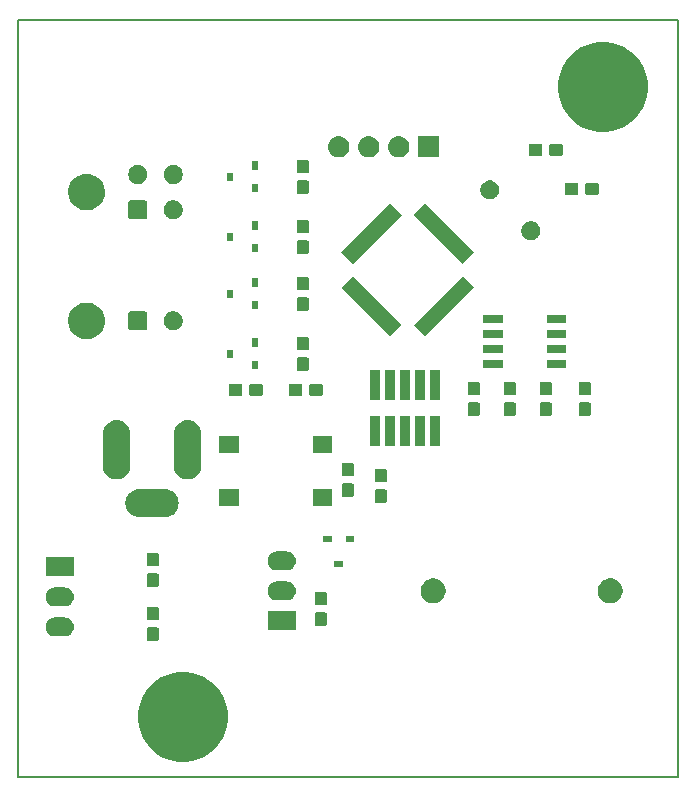
<source format=gbr>
%TF.GenerationSoftware,KiCad,Pcbnew,(5.0.2)-1*%
%TF.CreationDate,2019-02-18T18:23:53-07:00*%
%TF.ProjectId,ParkingSystem,5061726b-696e-4675-9379-7374656d2e6b,v01*%
%TF.SameCoordinates,Original*%
%TF.FileFunction,Soldermask,Top*%
%TF.FilePolarity,Negative*%
%FSLAX46Y46*%
G04 Gerber Fmt 4.6, Leading zero omitted, Abs format (unit mm)*
G04 Created by KiCad (PCBNEW (5.0.2)-1) date 2019-02-18 6:23:53 PM*
%MOMM*%
%LPD*%
G01*
G04 APERTURE LIST*
%ADD10C,0.200000*%
%ADD11C,0.150000*%
G04 APERTURE END LIST*
D10*
X124460000Y-99060000D02*
X68580000Y-99060000D01*
X124460000Y-35000000D02*
X124460000Y-99060000D01*
X68580000Y-35000000D02*
X124460000Y-35000000D01*
X68580000Y-99060000D02*
X68580000Y-35000000D01*
D11*
G36*
X83658710Y-90325070D02*
X84350447Y-90611597D01*
X84972999Y-91027573D01*
X85502427Y-91557001D01*
X85918403Y-92179553D01*
X86204930Y-92871290D01*
X86351000Y-93605633D01*
X86351000Y-94354367D01*
X86204930Y-95088710D01*
X85918403Y-95780447D01*
X85502427Y-96402999D01*
X84972999Y-96932427D01*
X84350447Y-97348403D01*
X83658710Y-97634930D01*
X82924367Y-97781000D01*
X82175633Y-97781000D01*
X81441290Y-97634930D01*
X80749553Y-97348403D01*
X80127001Y-96932427D01*
X79597573Y-96402999D01*
X79181597Y-95780447D01*
X78895070Y-95088710D01*
X78749000Y-94354367D01*
X78749000Y-93605633D01*
X78895070Y-92871290D01*
X79181597Y-92179553D01*
X79597573Y-91557001D01*
X80127001Y-91027573D01*
X80749553Y-90611597D01*
X81441290Y-90325070D01*
X82175633Y-90179000D01*
X82924367Y-90179000D01*
X83658710Y-90325070D01*
X83658710Y-90325070D01*
G37*
G36*
X80374499Y-86409445D02*
X80411993Y-86420819D01*
X80446557Y-86439294D01*
X80476847Y-86464153D01*
X80501706Y-86494443D01*
X80520181Y-86529007D01*
X80531555Y-86566501D01*
X80536000Y-86611638D01*
X80536000Y-87350362D01*
X80531555Y-87395499D01*
X80520181Y-87432993D01*
X80501706Y-87467557D01*
X80476847Y-87497847D01*
X80446557Y-87522706D01*
X80411993Y-87541181D01*
X80374499Y-87552555D01*
X80329362Y-87557000D01*
X79690638Y-87557000D01*
X79645501Y-87552555D01*
X79608007Y-87541181D01*
X79573443Y-87522706D01*
X79543153Y-87497847D01*
X79518294Y-87467557D01*
X79499819Y-87432993D01*
X79488445Y-87395499D01*
X79484000Y-87350362D01*
X79484000Y-86611638D01*
X79488445Y-86566501D01*
X79499819Y-86529007D01*
X79518294Y-86494443D01*
X79543153Y-86464153D01*
X79573443Y-86439294D01*
X79608007Y-86420819D01*
X79645501Y-86409445D01*
X79690638Y-86405000D01*
X80329362Y-86405000D01*
X80374499Y-86409445D01*
X80374499Y-86409445D01*
G37*
G36*
X72693025Y-85570590D02*
X72844012Y-85616392D01*
X72983165Y-85690770D01*
X73105133Y-85790867D01*
X73205230Y-85912835D01*
X73279608Y-86051988D01*
X73325410Y-86202975D01*
X73340875Y-86360000D01*
X73325410Y-86517025D01*
X73279608Y-86668012D01*
X73205230Y-86807165D01*
X73105133Y-86929133D01*
X72983165Y-87029230D01*
X72844012Y-87103608D01*
X72693025Y-87149410D01*
X72575346Y-87161000D01*
X71696654Y-87161000D01*
X71578975Y-87149410D01*
X71427988Y-87103608D01*
X71288835Y-87029230D01*
X71166867Y-86929133D01*
X71066770Y-86807165D01*
X70992392Y-86668012D01*
X70946590Y-86517025D01*
X70931125Y-86360000D01*
X70946590Y-86202975D01*
X70992392Y-86051988D01*
X71066770Y-85912835D01*
X71166867Y-85790867D01*
X71288835Y-85690770D01*
X71427988Y-85616392D01*
X71578975Y-85570590D01*
X71696654Y-85559000D01*
X72575346Y-85559000D01*
X72693025Y-85570590D01*
X72693025Y-85570590D01*
G37*
G36*
X92133000Y-86653000D02*
X89731000Y-86653000D01*
X89731000Y-85051000D01*
X92133000Y-85051000D01*
X92133000Y-86653000D01*
X92133000Y-86653000D01*
G37*
G36*
X94598499Y-85139445D02*
X94635993Y-85150819D01*
X94670557Y-85169294D01*
X94700847Y-85194153D01*
X94725706Y-85224443D01*
X94744181Y-85259007D01*
X94755555Y-85296501D01*
X94760000Y-85341638D01*
X94760000Y-86080362D01*
X94755555Y-86125499D01*
X94744181Y-86162993D01*
X94725706Y-86197557D01*
X94700847Y-86227847D01*
X94670557Y-86252706D01*
X94635993Y-86271181D01*
X94598499Y-86282555D01*
X94553362Y-86287000D01*
X93914638Y-86287000D01*
X93869501Y-86282555D01*
X93832007Y-86271181D01*
X93797443Y-86252706D01*
X93767153Y-86227847D01*
X93742294Y-86197557D01*
X93723819Y-86162993D01*
X93712445Y-86125499D01*
X93708000Y-86080362D01*
X93708000Y-85341638D01*
X93712445Y-85296501D01*
X93723819Y-85259007D01*
X93742294Y-85224443D01*
X93767153Y-85194153D01*
X93797443Y-85169294D01*
X93832007Y-85150819D01*
X93869501Y-85139445D01*
X93914638Y-85135000D01*
X94553362Y-85135000D01*
X94598499Y-85139445D01*
X94598499Y-85139445D01*
G37*
G36*
X80374499Y-84659445D02*
X80411993Y-84670819D01*
X80446557Y-84689294D01*
X80476847Y-84714153D01*
X80501706Y-84744443D01*
X80520181Y-84779007D01*
X80531555Y-84816501D01*
X80536000Y-84861638D01*
X80536000Y-85600362D01*
X80531555Y-85645499D01*
X80520181Y-85682993D01*
X80501706Y-85717557D01*
X80476847Y-85747847D01*
X80446557Y-85772706D01*
X80411993Y-85791181D01*
X80374499Y-85802555D01*
X80329362Y-85807000D01*
X79690638Y-85807000D01*
X79645501Y-85802555D01*
X79608007Y-85791181D01*
X79573443Y-85772706D01*
X79543153Y-85747847D01*
X79518294Y-85717557D01*
X79499819Y-85682993D01*
X79488445Y-85645499D01*
X79484000Y-85600362D01*
X79484000Y-84861638D01*
X79488445Y-84816501D01*
X79499819Y-84779007D01*
X79518294Y-84744443D01*
X79543153Y-84714153D01*
X79573443Y-84689294D01*
X79608007Y-84670819D01*
X79645501Y-84659445D01*
X79690638Y-84655000D01*
X80329362Y-84655000D01*
X80374499Y-84659445D01*
X80374499Y-84659445D01*
G37*
G36*
X72693025Y-83030590D02*
X72844012Y-83076392D01*
X72983165Y-83150770D01*
X73105133Y-83250867D01*
X73205230Y-83372835D01*
X73279608Y-83511988D01*
X73325410Y-83662975D01*
X73340875Y-83820000D01*
X73325410Y-83977025D01*
X73279608Y-84128012D01*
X73205230Y-84267165D01*
X73105133Y-84389133D01*
X72983165Y-84489230D01*
X72844012Y-84563608D01*
X72693025Y-84609410D01*
X72575346Y-84621000D01*
X71696654Y-84621000D01*
X71578975Y-84609410D01*
X71427988Y-84563608D01*
X71288835Y-84489230D01*
X71166867Y-84389133D01*
X71066770Y-84267165D01*
X70992392Y-84128012D01*
X70946590Y-83977025D01*
X70931125Y-83820000D01*
X70946590Y-83662975D01*
X70992392Y-83511988D01*
X71066770Y-83372835D01*
X71166867Y-83250867D01*
X71288835Y-83150770D01*
X71427988Y-83076392D01*
X71578975Y-83030590D01*
X71696654Y-83019000D01*
X72575346Y-83019000D01*
X72693025Y-83030590D01*
X72693025Y-83030590D01*
G37*
G36*
X94598499Y-83389445D02*
X94635993Y-83400819D01*
X94670557Y-83419294D01*
X94700847Y-83444153D01*
X94725706Y-83474443D01*
X94744181Y-83509007D01*
X94755555Y-83546501D01*
X94760000Y-83591638D01*
X94760000Y-84330362D01*
X94755555Y-84375499D01*
X94744181Y-84412993D01*
X94725706Y-84447557D01*
X94700847Y-84477847D01*
X94670557Y-84502706D01*
X94635993Y-84521181D01*
X94598499Y-84532555D01*
X94553362Y-84537000D01*
X93914638Y-84537000D01*
X93869501Y-84532555D01*
X93832007Y-84521181D01*
X93797443Y-84502706D01*
X93767153Y-84477847D01*
X93742294Y-84447557D01*
X93723819Y-84412993D01*
X93712445Y-84375499D01*
X93708000Y-84330362D01*
X93708000Y-83591638D01*
X93712445Y-83546501D01*
X93723819Y-83509007D01*
X93742294Y-83474443D01*
X93767153Y-83444153D01*
X93797443Y-83419294D01*
X93832007Y-83400819D01*
X93869501Y-83389445D01*
X93914638Y-83385000D01*
X94553362Y-83385000D01*
X94598499Y-83389445D01*
X94598499Y-83389445D01*
G37*
G36*
X119058565Y-82301389D02*
X119249834Y-82380615D01*
X119421976Y-82495637D01*
X119568363Y-82642024D01*
X119683385Y-82814166D01*
X119762611Y-83005435D01*
X119803000Y-83208484D01*
X119803000Y-83415516D01*
X119762611Y-83618565D01*
X119683385Y-83809834D01*
X119568363Y-83981976D01*
X119421976Y-84128363D01*
X119249834Y-84243385D01*
X119058565Y-84322611D01*
X118855516Y-84363000D01*
X118648484Y-84363000D01*
X118445435Y-84322611D01*
X118254166Y-84243385D01*
X118082024Y-84128363D01*
X117935637Y-83981976D01*
X117820615Y-83809834D01*
X117741389Y-83618565D01*
X117701000Y-83415516D01*
X117701000Y-83208484D01*
X117741389Y-83005435D01*
X117820615Y-82814166D01*
X117935637Y-82642024D01*
X118082024Y-82495637D01*
X118254166Y-82380615D01*
X118445435Y-82301389D01*
X118648484Y-82261000D01*
X118855516Y-82261000D01*
X119058565Y-82301389D01*
X119058565Y-82301389D01*
G37*
G36*
X104058565Y-82301389D02*
X104249834Y-82380615D01*
X104421976Y-82495637D01*
X104568363Y-82642024D01*
X104683385Y-82814166D01*
X104762611Y-83005435D01*
X104803000Y-83208484D01*
X104803000Y-83415516D01*
X104762611Y-83618565D01*
X104683385Y-83809834D01*
X104568363Y-83981976D01*
X104421976Y-84128363D01*
X104249834Y-84243385D01*
X104058565Y-84322611D01*
X103855516Y-84363000D01*
X103648484Y-84363000D01*
X103445435Y-84322611D01*
X103254166Y-84243385D01*
X103082024Y-84128363D01*
X102935637Y-83981976D01*
X102820615Y-83809834D01*
X102741389Y-83618565D01*
X102701000Y-83415516D01*
X102701000Y-83208484D01*
X102741389Y-83005435D01*
X102820615Y-82814166D01*
X102935637Y-82642024D01*
X103082024Y-82495637D01*
X103254166Y-82380615D01*
X103445435Y-82301389D01*
X103648484Y-82261000D01*
X103855516Y-82261000D01*
X104058565Y-82301389D01*
X104058565Y-82301389D01*
G37*
G36*
X91489025Y-82522590D02*
X91640012Y-82568392D01*
X91779165Y-82642770D01*
X91901133Y-82742867D01*
X92001230Y-82864835D01*
X92075608Y-83003988D01*
X92121410Y-83154975D01*
X92136875Y-83312000D01*
X92121410Y-83469025D01*
X92075608Y-83620012D01*
X92001230Y-83759165D01*
X91901133Y-83881133D01*
X91779165Y-83981230D01*
X91640012Y-84055608D01*
X91489025Y-84101410D01*
X91371346Y-84113000D01*
X90492654Y-84113000D01*
X90374975Y-84101410D01*
X90223988Y-84055608D01*
X90084835Y-83981230D01*
X89962867Y-83881133D01*
X89862770Y-83759165D01*
X89788392Y-83620012D01*
X89742590Y-83469025D01*
X89727125Y-83312000D01*
X89742590Y-83154975D01*
X89788392Y-83003988D01*
X89862770Y-82864835D01*
X89962867Y-82742867D01*
X90084835Y-82642770D01*
X90223988Y-82568392D01*
X90374975Y-82522590D01*
X90492654Y-82511000D01*
X91371346Y-82511000D01*
X91489025Y-82522590D01*
X91489025Y-82522590D01*
G37*
G36*
X80374499Y-81837445D02*
X80411993Y-81848819D01*
X80446557Y-81867294D01*
X80476847Y-81892153D01*
X80501706Y-81922443D01*
X80520181Y-81957007D01*
X80531555Y-81994501D01*
X80536000Y-82039638D01*
X80536000Y-82778362D01*
X80531555Y-82823499D01*
X80520181Y-82860993D01*
X80501706Y-82895557D01*
X80476847Y-82925847D01*
X80446557Y-82950706D01*
X80411993Y-82969181D01*
X80374499Y-82980555D01*
X80329362Y-82985000D01*
X79690638Y-82985000D01*
X79645501Y-82980555D01*
X79608007Y-82969181D01*
X79573443Y-82950706D01*
X79543153Y-82925847D01*
X79518294Y-82895557D01*
X79499819Y-82860993D01*
X79488445Y-82823499D01*
X79484000Y-82778362D01*
X79484000Y-82039638D01*
X79488445Y-81994501D01*
X79499819Y-81957007D01*
X79518294Y-81922443D01*
X79543153Y-81892153D01*
X79573443Y-81867294D01*
X79608007Y-81848819D01*
X79645501Y-81837445D01*
X79690638Y-81833000D01*
X80329362Y-81833000D01*
X80374499Y-81837445D01*
X80374499Y-81837445D01*
G37*
G36*
X73337000Y-82081000D02*
X70935000Y-82081000D01*
X70935000Y-80479000D01*
X73337000Y-80479000D01*
X73337000Y-82081000D01*
X73337000Y-82081000D01*
G37*
G36*
X91489025Y-79982590D02*
X91640012Y-80028392D01*
X91779165Y-80102770D01*
X91901133Y-80202867D01*
X92001230Y-80324835D01*
X92075608Y-80463988D01*
X92121410Y-80614975D01*
X92136875Y-80772000D01*
X92121410Y-80929025D01*
X92075608Y-81080012D01*
X92001230Y-81219165D01*
X91901133Y-81341133D01*
X91779165Y-81441230D01*
X91640012Y-81515608D01*
X91489025Y-81561410D01*
X91371346Y-81573000D01*
X90492654Y-81573000D01*
X90374975Y-81561410D01*
X90223988Y-81515608D01*
X90084835Y-81441230D01*
X89962867Y-81341133D01*
X89862770Y-81219165D01*
X89788392Y-81080012D01*
X89742590Y-80929025D01*
X89727125Y-80772000D01*
X89742590Y-80614975D01*
X89788392Y-80463988D01*
X89862770Y-80324835D01*
X89962867Y-80202867D01*
X90084835Y-80102770D01*
X90223988Y-80028392D01*
X90374975Y-79982590D01*
X90492654Y-79971000D01*
X91371346Y-79971000D01*
X91489025Y-79982590D01*
X91489025Y-79982590D01*
G37*
G36*
X96119000Y-81311000D02*
X95397000Y-81311000D01*
X95397000Y-80809000D01*
X96119000Y-80809000D01*
X96119000Y-81311000D01*
X96119000Y-81311000D01*
G37*
G36*
X80374499Y-80087445D02*
X80411993Y-80098819D01*
X80446557Y-80117294D01*
X80476847Y-80142153D01*
X80501706Y-80172443D01*
X80520181Y-80207007D01*
X80531555Y-80244501D01*
X80536000Y-80289638D01*
X80536000Y-81028362D01*
X80531555Y-81073499D01*
X80520181Y-81110993D01*
X80501706Y-81145557D01*
X80476847Y-81175847D01*
X80446557Y-81200706D01*
X80411993Y-81219181D01*
X80374499Y-81230555D01*
X80329362Y-81235000D01*
X79690638Y-81235000D01*
X79645501Y-81230555D01*
X79608007Y-81219181D01*
X79573443Y-81200706D01*
X79543153Y-81175847D01*
X79518294Y-81145557D01*
X79499819Y-81110993D01*
X79488445Y-81073499D01*
X79484000Y-81028362D01*
X79484000Y-80289638D01*
X79488445Y-80244501D01*
X79499819Y-80207007D01*
X79518294Y-80172443D01*
X79543153Y-80142153D01*
X79573443Y-80117294D01*
X79608007Y-80098819D01*
X79645501Y-80087445D01*
X79690638Y-80083000D01*
X80329362Y-80083000D01*
X80374499Y-80087445D01*
X80374499Y-80087445D01*
G37*
G36*
X95169000Y-79211000D02*
X94447000Y-79211000D01*
X94447000Y-78709000D01*
X95169000Y-78709000D01*
X95169000Y-79211000D01*
X95169000Y-79211000D01*
G37*
G36*
X97069000Y-79211000D02*
X96347000Y-79211000D01*
X96347000Y-78709000D01*
X97069000Y-78709000D01*
X97069000Y-79211000D01*
X97069000Y-79211000D01*
G37*
G36*
X81177537Y-74711472D02*
X81263556Y-74719944D01*
X81380089Y-74755294D01*
X81484291Y-74786903D01*
X81579670Y-74837885D01*
X81687720Y-74895639D01*
X81866028Y-75041972D01*
X81957400Y-75153309D01*
X82012360Y-75220279D01*
X82121097Y-75423709D01*
X82121097Y-75423710D01*
X82188056Y-75644444D01*
X82210665Y-75874000D01*
X82188056Y-76103556D01*
X82143417Y-76250712D01*
X82121097Y-76324291D01*
X82062976Y-76433027D01*
X82012361Y-76527720D01*
X81866028Y-76706028D01*
X81687720Y-76852361D01*
X81593027Y-76902976D01*
X81484291Y-76961097D01*
X81410712Y-76983417D01*
X81263556Y-77028056D01*
X81177537Y-77036528D01*
X81091520Y-77045000D01*
X78816480Y-77045000D01*
X78730463Y-77036528D01*
X78644444Y-77028056D01*
X78497288Y-76983417D01*
X78423709Y-76961097D01*
X78314973Y-76902976D01*
X78220280Y-76852361D01*
X78041972Y-76706028D01*
X77895639Y-76527720D01*
X77845024Y-76433027D01*
X77786903Y-76324291D01*
X77764583Y-76250712D01*
X77719944Y-76103556D01*
X77697335Y-75874000D01*
X77719944Y-75644444D01*
X77786903Y-75423710D01*
X77786903Y-75423709D01*
X77895640Y-75220279D01*
X77950601Y-75153309D01*
X78041972Y-75041972D01*
X78220280Y-74895639D01*
X78328330Y-74837885D01*
X78423709Y-74786903D01*
X78527911Y-74755294D01*
X78644444Y-74719944D01*
X78730463Y-74711472D01*
X78816480Y-74703000D01*
X81091520Y-74703000D01*
X81177537Y-74711472D01*
X81177537Y-74711472D01*
G37*
G36*
X87275000Y-76103000D02*
X85623000Y-76103000D01*
X85623000Y-74701000D01*
X87275000Y-74701000D01*
X87275000Y-76103000D01*
X87275000Y-76103000D01*
G37*
G36*
X95225000Y-76103000D02*
X93573000Y-76103000D01*
X93573000Y-74701000D01*
X95225000Y-74701000D01*
X95225000Y-76103000D01*
X95225000Y-76103000D01*
G37*
G36*
X99678499Y-74725445D02*
X99715993Y-74736819D01*
X99750557Y-74755294D01*
X99780847Y-74780153D01*
X99805706Y-74810443D01*
X99824181Y-74845007D01*
X99835555Y-74882501D01*
X99840000Y-74927638D01*
X99840000Y-75666362D01*
X99835555Y-75711499D01*
X99824181Y-75748993D01*
X99805706Y-75783557D01*
X99780847Y-75813847D01*
X99750557Y-75838706D01*
X99715993Y-75857181D01*
X99678499Y-75868555D01*
X99633362Y-75873000D01*
X98994638Y-75873000D01*
X98949501Y-75868555D01*
X98912007Y-75857181D01*
X98877443Y-75838706D01*
X98847153Y-75813847D01*
X98822294Y-75783557D01*
X98803819Y-75748993D01*
X98792445Y-75711499D01*
X98788000Y-75666362D01*
X98788000Y-74927638D01*
X98792445Y-74882501D01*
X98803819Y-74845007D01*
X98822294Y-74810443D01*
X98847153Y-74780153D01*
X98877443Y-74755294D01*
X98912007Y-74736819D01*
X98949501Y-74725445D01*
X98994638Y-74721000D01*
X99633362Y-74721000D01*
X99678499Y-74725445D01*
X99678499Y-74725445D01*
G37*
G36*
X96884499Y-74217445D02*
X96921993Y-74228819D01*
X96956557Y-74247294D01*
X96986847Y-74272153D01*
X97011706Y-74302443D01*
X97030181Y-74337007D01*
X97041555Y-74374501D01*
X97046000Y-74419638D01*
X97046000Y-75158362D01*
X97041555Y-75203499D01*
X97030181Y-75240993D01*
X97011706Y-75275557D01*
X96986847Y-75305847D01*
X96956557Y-75330706D01*
X96921993Y-75349181D01*
X96884499Y-75360555D01*
X96839362Y-75365000D01*
X96200638Y-75365000D01*
X96155501Y-75360555D01*
X96118007Y-75349181D01*
X96083443Y-75330706D01*
X96053153Y-75305847D01*
X96028294Y-75275557D01*
X96009819Y-75240993D01*
X95998445Y-75203499D01*
X95994000Y-75158362D01*
X95994000Y-74419638D01*
X95998445Y-74374501D01*
X96009819Y-74337007D01*
X96028294Y-74302443D01*
X96053153Y-74272153D01*
X96083443Y-74247294D01*
X96118007Y-74228819D01*
X96155501Y-74217445D01*
X96200638Y-74213000D01*
X96839362Y-74213000D01*
X96884499Y-74217445D01*
X96884499Y-74217445D01*
G37*
G36*
X99678499Y-72975445D02*
X99715993Y-72986819D01*
X99750557Y-73005294D01*
X99780847Y-73030153D01*
X99805706Y-73060443D01*
X99824181Y-73095007D01*
X99835555Y-73132501D01*
X99840000Y-73177638D01*
X99840000Y-73916362D01*
X99835555Y-73961499D01*
X99824181Y-73998993D01*
X99805706Y-74033557D01*
X99780847Y-74063847D01*
X99750557Y-74088706D01*
X99715993Y-74107181D01*
X99678499Y-74118555D01*
X99633362Y-74123000D01*
X98994638Y-74123000D01*
X98949501Y-74118555D01*
X98912007Y-74107181D01*
X98877443Y-74088706D01*
X98847153Y-74063847D01*
X98822294Y-74033557D01*
X98803819Y-73998993D01*
X98792445Y-73961499D01*
X98788000Y-73916362D01*
X98788000Y-73177638D01*
X98792445Y-73132501D01*
X98803819Y-73095007D01*
X98822294Y-73060443D01*
X98847153Y-73030153D01*
X98877443Y-73005294D01*
X98912007Y-72986819D01*
X98949501Y-72975445D01*
X98994638Y-72971000D01*
X99633362Y-72971000D01*
X99678499Y-72975445D01*
X99678499Y-72975445D01*
G37*
G36*
X83183555Y-68889944D02*
X83330711Y-68934583D01*
X83404290Y-68956903D01*
X83584451Y-69053202D01*
X83607719Y-69065639D01*
X83786028Y-69211972D01*
X83786029Y-69211974D01*
X83786031Y-69211975D01*
X83895778Y-69345703D01*
X83932361Y-69390280D01*
X83982976Y-69484973D01*
X84041097Y-69593709D01*
X84063417Y-69667288D01*
X84108056Y-69814444D01*
X84125000Y-69986482D01*
X84125000Y-72761518D01*
X84108056Y-72933556D01*
X84073330Y-73048031D01*
X84041097Y-73154291D01*
X83998491Y-73234000D01*
X83932361Y-73357720D01*
X83786028Y-73536028D01*
X83607720Y-73682361D01*
X83513027Y-73732976D01*
X83404291Y-73791097D01*
X83330712Y-73813417D01*
X83183556Y-73858056D01*
X82954000Y-73880665D01*
X82724445Y-73858056D01*
X82577289Y-73813417D01*
X82503710Y-73791097D01*
X82394974Y-73732976D01*
X82300281Y-73682361D01*
X82121973Y-73536028D01*
X81975640Y-73357720D01*
X81909510Y-73234000D01*
X81866904Y-73154291D01*
X81834671Y-73048031D01*
X81799945Y-72933556D01*
X81783001Y-72761518D01*
X81783000Y-69986483D01*
X81799944Y-69814445D01*
X81866903Y-69593711D01*
X81866903Y-69593710D01*
X81975638Y-69390283D01*
X81975639Y-69390281D01*
X82121972Y-69211972D01*
X82121974Y-69211971D01*
X82121975Y-69211969D01*
X82300279Y-69065640D01*
X82300278Y-69065640D01*
X82300280Y-69065639D01*
X82394973Y-69015024D01*
X82503709Y-68956903D01*
X82577288Y-68934583D01*
X82724444Y-68889944D01*
X82954000Y-68867335D01*
X83183555Y-68889944D01*
X83183555Y-68889944D01*
G37*
G36*
X77183555Y-68889944D02*
X77330711Y-68934583D01*
X77404290Y-68956903D01*
X77584451Y-69053202D01*
X77607719Y-69065639D01*
X77786028Y-69211972D01*
X77786029Y-69211974D01*
X77786031Y-69211975D01*
X77895778Y-69345703D01*
X77932361Y-69390280D01*
X77982976Y-69484973D01*
X78041097Y-69593709D01*
X78063417Y-69667288D01*
X78108056Y-69814444D01*
X78125000Y-69986482D01*
X78125000Y-72761518D01*
X78108056Y-72933556D01*
X78073330Y-73048031D01*
X78041097Y-73154291D01*
X77998491Y-73234000D01*
X77932361Y-73357720D01*
X77786028Y-73536028D01*
X77607720Y-73682361D01*
X77513027Y-73732976D01*
X77404291Y-73791097D01*
X77330712Y-73813417D01*
X77183556Y-73858056D01*
X76954000Y-73880665D01*
X76724445Y-73858056D01*
X76577289Y-73813417D01*
X76503710Y-73791097D01*
X76394974Y-73732976D01*
X76300281Y-73682361D01*
X76121973Y-73536028D01*
X75975640Y-73357720D01*
X75909510Y-73234000D01*
X75866904Y-73154291D01*
X75834671Y-73048031D01*
X75799945Y-72933556D01*
X75783001Y-72761518D01*
X75783000Y-69986483D01*
X75799944Y-69814445D01*
X75866903Y-69593711D01*
X75866903Y-69593710D01*
X75975638Y-69390283D01*
X75975639Y-69390281D01*
X76121972Y-69211972D01*
X76121974Y-69211971D01*
X76121975Y-69211969D01*
X76300279Y-69065640D01*
X76300278Y-69065640D01*
X76300280Y-69065639D01*
X76394973Y-69015024D01*
X76503709Y-68956903D01*
X76577288Y-68934583D01*
X76724444Y-68889944D01*
X76954000Y-68867335D01*
X77183555Y-68889944D01*
X77183555Y-68889944D01*
G37*
G36*
X96884499Y-72467445D02*
X96921993Y-72478819D01*
X96956557Y-72497294D01*
X96986847Y-72522153D01*
X97011706Y-72552443D01*
X97030181Y-72587007D01*
X97041555Y-72624501D01*
X97046000Y-72669638D01*
X97046000Y-73408362D01*
X97041555Y-73453499D01*
X97030181Y-73490993D01*
X97011706Y-73525557D01*
X96986847Y-73555847D01*
X96956557Y-73580706D01*
X96921993Y-73599181D01*
X96884499Y-73610555D01*
X96839362Y-73615000D01*
X96200638Y-73615000D01*
X96155501Y-73610555D01*
X96118007Y-73599181D01*
X96083443Y-73580706D01*
X96053153Y-73555847D01*
X96028294Y-73525557D01*
X96009819Y-73490993D01*
X95998445Y-73453499D01*
X95994000Y-73408362D01*
X95994000Y-72669638D01*
X95998445Y-72624501D01*
X96009819Y-72587007D01*
X96028294Y-72552443D01*
X96053153Y-72522153D01*
X96083443Y-72497294D01*
X96118007Y-72478819D01*
X96155501Y-72467445D01*
X96200638Y-72463000D01*
X96839362Y-72463000D01*
X96884499Y-72467445D01*
X96884499Y-72467445D01*
G37*
G36*
X95225000Y-71603000D02*
X93573000Y-71603000D01*
X93573000Y-70201000D01*
X95225000Y-70201000D01*
X95225000Y-71603000D01*
X95225000Y-71603000D01*
G37*
G36*
X87275000Y-71603000D02*
X85623000Y-71603000D01*
X85623000Y-70201000D01*
X87275000Y-70201000D01*
X87275000Y-71603000D01*
X87275000Y-71603000D01*
G37*
G36*
X101767000Y-71019000D02*
X100925000Y-71019000D01*
X100925000Y-68517000D01*
X101767000Y-68517000D01*
X101767000Y-71019000D01*
X101767000Y-71019000D01*
G37*
G36*
X99227000Y-71019000D02*
X98385000Y-71019000D01*
X98385000Y-68517000D01*
X99227000Y-68517000D01*
X99227000Y-71019000D01*
X99227000Y-71019000D01*
G37*
G36*
X104307000Y-71019000D02*
X103465000Y-71019000D01*
X103465000Y-68517000D01*
X104307000Y-68517000D01*
X104307000Y-71019000D01*
X104307000Y-71019000D01*
G37*
G36*
X100497000Y-71019000D02*
X99655000Y-71019000D01*
X99655000Y-68517000D01*
X100497000Y-68517000D01*
X100497000Y-71019000D01*
X100497000Y-71019000D01*
G37*
G36*
X103037000Y-71019000D02*
X102195000Y-71019000D01*
X102195000Y-68517000D01*
X103037000Y-68517000D01*
X103037000Y-71019000D01*
X103037000Y-71019000D01*
G37*
G36*
X110600499Y-67359445D02*
X110637993Y-67370819D01*
X110672557Y-67389294D01*
X110702847Y-67414153D01*
X110727706Y-67444443D01*
X110746181Y-67479007D01*
X110757555Y-67516501D01*
X110762000Y-67561638D01*
X110762000Y-68300362D01*
X110757555Y-68345499D01*
X110746181Y-68382993D01*
X110727706Y-68417557D01*
X110702847Y-68447847D01*
X110672557Y-68472706D01*
X110637993Y-68491181D01*
X110600499Y-68502555D01*
X110555362Y-68507000D01*
X109916638Y-68507000D01*
X109871501Y-68502555D01*
X109834007Y-68491181D01*
X109799443Y-68472706D01*
X109769153Y-68447847D01*
X109744294Y-68417557D01*
X109725819Y-68382993D01*
X109714445Y-68345499D01*
X109710000Y-68300362D01*
X109710000Y-67561638D01*
X109714445Y-67516501D01*
X109725819Y-67479007D01*
X109744294Y-67444443D01*
X109769153Y-67414153D01*
X109799443Y-67389294D01*
X109834007Y-67370819D01*
X109871501Y-67359445D01*
X109916638Y-67355000D01*
X110555362Y-67355000D01*
X110600499Y-67359445D01*
X110600499Y-67359445D01*
G37*
G36*
X107552499Y-67359445D02*
X107589993Y-67370819D01*
X107624557Y-67389294D01*
X107654847Y-67414153D01*
X107679706Y-67444443D01*
X107698181Y-67479007D01*
X107709555Y-67516501D01*
X107714000Y-67561638D01*
X107714000Y-68300362D01*
X107709555Y-68345499D01*
X107698181Y-68382993D01*
X107679706Y-68417557D01*
X107654847Y-68447847D01*
X107624557Y-68472706D01*
X107589993Y-68491181D01*
X107552499Y-68502555D01*
X107507362Y-68507000D01*
X106868638Y-68507000D01*
X106823501Y-68502555D01*
X106786007Y-68491181D01*
X106751443Y-68472706D01*
X106721153Y-68447847D01*
X106696294Y-68417557D01*
X106677819Y-68382993D01*
X106666445Y-68345499D01*
X106662000Y-68300362D01*
X106662000Y-67561638D01*
X106666445Y-67516501D01*
X106677819Y-67479007D01*
X106696294Y-67444443D01*
X106721153Y-67414153D01*
X106751443Y-67389294D01*
X106786007Y-67370819D01*
X106823501Y-67359445D01*
X106868638Y-67355000D01*
X107507362Y-67355000D01*
X107552499Y-67359445D01*
X107552499Y-67359445D01*
G37*
G36*
X116950499Y-67359445D02*
X116987993Y-67370819D01*
X117022557Y-67389294D01*
X117052847Y-67414153D01*
X117077706Y-67444443D01*
X117096181Y-67479007D01*
X117107555Y-67516501D01*
X117112000Y-67561638D01*
X117112000Y-68300362D01*
X117107555Y-68345499D01*
X117096181Y-68382993D01*
X117077706Y-68417557D01*
X117052847Y-68447847D01*
X117022557Y-68472706D01*
X116987993Y-68491181D01*
X116950499Y-68502555D01*
X116905362Y-68507000D01*
X116266638Y-68507000D01*
X116221501Y-68502555D01*
X116184007Y-68491181D01*
X116149443Y-68472706D01*
X116119153Y-68447847D01*
X116094294Y-68417557D01*
X116075819Y-68382993D01*
X116064445Y-68345499D01*
X116060000Y-68300362D01*
X116060000Y-67561638D01*
X116064445Y-67516501D01*
X116075819Y-67479007D01*
X116094294Y-67444443D01*
X116119153Y-67414153D01*
X116149443Y-67389294D01*
X116184007Y-67370819D01*
X116221501Y-67359445D01*
X116266638Y-67355000D01*
X116905362Y-67355000D01*
X116950499Y-67359445D01*
X116950499Y-67359445D01*
G37*
G36*
X113648499Y-67359445D02*
X113685993Y-67370819D01*
X113720557Y-67389294D01*
X113750847Y-67414153D01*
X113775706Y-67444443D01*
X113794181Y-67479007D01*
X113805555Y-67516501D01*
X113810000Y-67561638D01*
X113810000Y-68300362D01*
X113805555Y-68345499D01*
X113794181Y-68382993D01*
X113775706Y-68417557D01*
X113750847Y-68447847D01*
X113720557Y-68472706D01*
X113685993Y-68491181D01*
X113648499Y-68502555D01*
X113603362Y-68507000D01*
X112964638Y-68507000D01*
X112919501Y-68502555D01*
X112882007Y-68491181D01*
X112847443Y-68472706D01*
X112817153Y-68447847D01*
X112792294Y-68417557D01*
X112773819Y-68382993D01*
X112762445Y-68345499D01*
X112758000Y-68300362D01*
X112758000Y-67561638D01*
X112762445Y-67516501D01*
X112773819Y-67479007D01*
X112792294Y-67444443D01*
X112817153Y-67414153D01*
X112847443Y-67389294D01*
X112882007Y-67370819D01*
X112919501Y-67359445D01*
X112964638Y-67355000D01*
X113603362Y-67355000D01*
X113648499Y-67359445D01*
X113648499Y-67359445D01*
G37*
G36*
X101767000Y-67119000D02*
X100925000Y-67119000D01*
X100925000Y-64617000D01*
X101767000Y-64617000D01*
X101767000Y-67119000D01*
X101767000Y-67119000D01*
G37*
G36*
X99227000Y-67119000D02*
X98385000Y-67119000D01*
X98385000Y-64617000D01*
X99227000Y-64617000D01*
X99227000Y-67119000D01*
X99227000Y-67119000D01*
G37*
G36*
X100497000Y-67119000D02*
X99655000Y-67119000D01*
X99655000Y-64617000D01*
X100497000Y-64617000D01*
X100497000Y-67119000D01*
X100497000Y-67119000D01*
G37*
G36*
X104307000Y-67119000D02*
X103465000Y-67119000D01*
X103465000Y-64617000D01*
X104307000Y-64617000D01*
X104307000Y-67119000D01*
X104307000Y-67119000D01*
G37*
G36*
X103037000Y-67119000D02*
X102195000Y-67119000D01*
X102195000Y-64617000D01*
X103037000Y-64617000D01*
X103037000Y-67119000D01*
X103037000Y-67119000D01*
G37*
G36*
X94253499Y-65772445D02*
X94290993Y-65783819D01*
X94325557Y-65802294D01*
X94355847Y-65827153D01*
X94380706Y-65857443D01*
X94399181Y-65892007D01*
X94410555Y-65929501D01*
X94415000Y-65974638D01*
X94415000Y-66613362D01*
X94410555Y-66658499D01*
X94399181Y-66695993D01*
X94380706Y-66730557D01*
X94355847Y-66760847D01*
X94325557Y-66785706D01*
X94290993Y-66804181D01*
X94253499Y-66815555D01*
X94208362Y-66820000D01*
X93469638Y-66820000D01*
X93424501Y-66815555D01*
X93387007Y-66804181D01*
X93352443Y-66785706D01*
X93322153Y-66760847D01*
X93297294Y-66730557D01*
X93278819Y-66695993D01*
X93267445Y-66658499D01*
X93263000Y-66613362D01*
X93263000Y-65974638D01*
X93267445Y-65929501D01*
X93278819Y-65892007D01*
X93297294Y-65857443D01*
X93322153Y-65827153D01*
X93352443Y-65802294D01*
X93387007Y-65783819D01*
X93424501Y-65772445D01*
X93469638Y-65768000D01*
X94208362Y-65768000D01*
X94253499Y-65772445D01*
X94253499Y-65772445D01*
G37*
G36*
X92503499Y-65772445D02*
X92540993Y-65783819D01*
X92575557Y-65802294D01*
X92605847Y-65827153D01*
X92630706Y-65857443D01*
X92649181Y-65892007D01*
X92660555Y-65929501D01*
X92665000Y-65974638D01*
X92665000Y-66613362D01*
X92660555Y-66658499D01*
X92649181Y-66695993D01*
X92630706Y-66730557D01*
X92605847Y-66760847D01*
X92575557Y-66785706D01*
X92540993Y-66804181D01*
X92503499Y-66815555D01*
X92458362Y-66820000D01*
X91719638Y-66820000D01*
X91674501Y-66815555D01*
X91637007Y-66804181D01*
X91602443Y-66785706D01*
X91572153Y-66760847D01*
X91547294Y-66730557D01*
X91528819Y-66695993D01*
X91517445Y-66658499D01*
X91513000Y-66613362D01*
X91513000Y-65974638D01*
X91517445Y-65929501D01*
X91528819Y-65892007D01*
X91547294Y-65857443D01*
X91572153Y-65827153D01*
X91602443Y-65802294D01*
X91637007Y-65783819D01*
X91674501Y-65772445D01*
X91719638Y-65768000D01*
X92458362Y-65768000D01*
X92503499Y-65772445D01*
X92503499Y-65772445D01*
G37*
G36*
X89173499Y-65772445D02*
X89210993Y-65783819D01*
X89245557Y-65802294D01*
X89275847Y-65827153D01*
X89300706Y-65857443D01*
X89319181Y-65892007D01*
X89330555Y-65929501D01*
X89335000Y-65974638D01*
X89335000Y-66613362D01*
X89330555Y-66658499D01*
X89319181Y-66695993D01*
X89300706Y-66730557D01*
X89275847Y-66760847D01*
X89245557Y-66785706D01*
X89210993Y-66804181D01*
X89173499Y-66815555D01*
X89128362Y-66820000D01*
X88389638Y-66820000D01*
X88344501Y-66815555D01*
X88307007Y-66804181D01*
X88272443Y-66785706D01*
X88242153Y-66760847D01*
X88217294Y-66730557D01*
X88198819Y-66695993D01*
X88187445Y-66658499D01*
X88183000Y-66613362D01*
X88183000Y-65974638D01*
X88187445Y-65929501D01*
X88198819Y-65892007D01*
X88217294Y-65857443D01*
X88242153Y-65827153D01*
X88272443Y-65802294D01*
X88307007Y-65783819D01*
X88344501Y-65772445D01*
X88389638Y-65768000D01*
X89128362Y-65768000D01*
X89173499Y-65772445D01*
X89173499Y-65772445D01*
G37*
G36*
X87423499Y-65772445D02*
X87460993Y-65783819D01*
X87495557Y-65802294D01*
X87525847Y-65827153D01*
X87550706Y-65857443D01*
X87569181Y-65892007D01*
X87580555Y-65929501D01*
X87585000Y-65974638D01*
X87585000Y-66613362D01*
X87580555Y-66658499D01*
X87569181Y-66695993D01*
X87550706Y-66730557D01*
X87525847Y-66760847D01*
X87495557Y-66785706D01*
X87460993Y-66804181D01*
X87423499Y-66815555D01*
X87378362Y-66820000D01*
X86639638Y-66820000D01*
X86594501Y-66815555D01*
X86557007Y-66804181D01*
X86522443Y-66785706D01*
X86492153Y-66760847D01*
X86467294Y-66730557D01*
X86448819Y-66695993D01*
X86437445Y-66658499D01*
X86433000Y-66613362D01*
X86433000Y-65974638D01*
X86437445Y-65929501D01*
X86448819Y-65892007D01*
X86467294Y-65857443D01*
X86492153Y-65827153D01*
X86522443Y-65802294D01*
X86557007Y-65783819D01*
X86594501Y-65772445D01*
X86639638Y-65768000D01*
X87378362Y-65768000D01*
X87423499Y-65772445D01*
X87423499Y-65772445D01*
G37*
G36*
X116950499Y-65609445D02*
X116987993Y-65620819D01*
X117022557Y-65639294D01*
X117052847Y-65664153D01*
X117077706Y-65694443D01*
X117096181Y-65729007D01*
X117107555Y-65766501D01*
X117112000Y-65811638D01*
X117112000Y-66550362D01*
X117107555Y-66595499D01*
X117096181Y-66632993D01*
X117077706Y-66667557D01*
X117052847Y-66697847D01*
X117022557Y-66722706D01*
X116987993Y-66741181D01*
X116950499Y-66752555D01*
X116905362Y-66757000D01*
X116266638Y-66757000D01*
X116221501Y-66752555D01*
X116184007Y-66741181D01*
X116149443Y-66722706D01*
X116119153Y-66697847D01*
X116094294Y-66667557D01*
X116075819Y-66632993D01*
X116064445Y-66595499D01*
X116060000Y-66550362D01*
X116060000Y-65811638D01*
X116064445Y-65766501D01*
X116075819Y-65729007D01*
X116094294Y-65694443D01*
X116119153Y-65664153D01*
X116149443Y-65639294D01*
X116184007Y-65620819D01*
X116221501Y-65609445D01*
X116266638Y-65605000D01*
X116905362Y-65605000D01*
X116950499Y-65609445D01*
X116950499Y-65609445D01*
G37*
G36*
X107552499Y-65609445D02*
X107589993Y-65620819D01*
X107624557Y-65639294D01*
X107654847Y-65664153D01*
X107679706Y-65694443D01*
X107698181Y-65729007D01*
X107709555Y-65766501D01*
X107714000Y-65811638D01*
X107714000Y-66550362D01*
X107709555Y-66595499D01*
X107698181Y-66632993D01*
X107679706Y-66667557D01*
X107654847Y-66697847D01*
X107624557Y-66722706D01*
X107589993Y-66741181D01*
X107552499Y-66752555D01*
X107507362Y-66757000D01*
X106868638Y-66757000D01*
X106823501Y-66752555D01*
X106786007Y-66741181D01*
X106751443Y-66722706D01*
X106721153Y-66697847D01*
X106696294Y-66667557D01*
X106677819Y-66632993D01*
X106666445Y-66595499D01*
X106662000Y-66550362D01*
X106662000Y-65811638D01*
X106666445Y-65766501D01*
X106677819Y-65729007D01*
X106696294Y-65694443D01*
X106721153Y-65664153D01*
X106751443Y-65639294D01*
X106786007Y-65620819D01*
X106823501Y-65609445D01*
X106868638Y-65605000D01*
X107507362Y-65605000D01*
X107552499Y-65609445D01*
X107552499Y-65609445D01*
G37*
G36*
X110600499Y-65609445D02*
X110637993Y-65620819D01*
X110672557Y-65639294D01*
X110702847Y-65664153D01*
X110727706Y-65694443D01*
X110746181Y-65729007D01*
X110757555Y-65766501D01*
X110762000Y-65811638D01*
X110762000Y-66550362D01*
X110757555Y-66595499D01*
X110746181Y-66632993D01*
X110727706Y-66667557D01*
X110702847Y-66697847D01*
X110672557Y-66722706D01*
X110637993Y-66741181D01*
X110600499Y-66752555D01*
X110555362Y-66757000D01*
X109916638Y-66757000D01*
X109871501Y-66752555D01*
X109834007Y-66741181D01*
X109799443Y-66722706D01*
X109769153Y-66697847D01*
X109744294Y-66667557D01*
X109725819Y-66632993D01*
X109714445Y-66595499D01*
X109710000Y-66550362D01*
X109710000Y-65811638D01*
X109714445Y-65766501D01*
X109725819Y-65729007D01*
X109744294Y-65694443D01*
X109769153Y-65664153D01*
X109799443Y-65639294D01*
X109834007Y-65620819D01*
X109871501Y-65609445D01*
X109916638Y-65605000D01*
X110555362Y-65605000D01*
X110600499Y-65609445D01*
X110600499Y-65609445D01*
G37*
G36*
X113648499Y-65609445D02*
X113685993Y-65620819D01*
X113720557Y-65639294D01*
X113750847Y-65664153D01*
X113775706Y-65694443D01*
X113794181Y-65729007D01*
X113805555Y-65766501D01*
X113810000Y-65811638D01*
X113810000Y-66550362D01*
X113805555Y-66595499D01*
X113794181Y-66632993D01*
X113775706Y-66667557D01*
X113750847Y-66697847D01*
X113720557Y-66722706D01*
X113685993Y-66741181D01*
X113648499Y-66752555D01*
X113603362Y-66757000D01*
X112964638Y-66757000D01*
X112919501Y-66752555D01*
X112882007Y-66741181D01*
X112847443Y-66722706D01*
X112817153Y-66697847D01*
X112792294Y-66667557D01*
X112773819Y-66632993D01*
X112762445Y-66595499D01*
X112758000Y-66550362D01*
X112758000Y-65811638D01*
X112762445Y-65766501D01*
X112773819Y-65729007D01*
X112792294Y-65694443D01*
X112817153Y-65664153D01*
X112847443Y-65639294D01*
X112882007Y-65620819D01*
X112919501Y-65609445D01*
X112964638Y-65605000D01*
X113603362Y-65605000D01*
X113648499Y-65609445D01*
X113648499Y-65609445D01*
G37*
G36*
X93074499Y-63549445D02*
X93111993Y-63560819D01*
X93146557Y-63579294D01*
X93176847Y-63604153D01*
X93201706Y-63634443D01*
X93220181Y-63669007D01*
X93231555Y-63706501D01*
X93236000Y-63751638D01*
X93236000Y-64490362D01*
X93231555Y-64535499D01*
X93220181Y-64572993D01*
X93201706Y-64607557D01*
X93176847Y-64637847D01*
X93146557Y-64662706D01*
X93111993Y-64681181D01*
X93074499Y-64692555D01*
X93029362Y-64697000D01*
X92390638Y-64697000D01*
X92345501Y-64692555D01*
X92308007Y-64681181D01*
X92273443Y-64662706D01*
X92243153Y-64637847D01*
X92218294Y-64607557D01*
X92199819Y-64572993D01*
X92188445Y-64535499D01*
X92184000Y-64490362D01*
X92184000Y-63751638D01*
X92188445Y-63706501D01*
X92199819Y-63669007D01*
X92218294Y-63634443D01*
X92243153Y-63604153D01*
X92273443Y-63579294D01*
X92308007Y-63560819D01*
X92345501Y-63549445D01*
X92390638Y-63545000D01*
X93029362Y-63545000D01*
X93074499Y-63549445D01*
X93074499Y-63549445D01*
G37*
G36*
X88931000Y-64557000D02*
X88429000Y-64557000D01*
X88429000Y-63835000D01*
X88931000Y-63835000D01*
X88931000Y-64557000D01*
X88931000Y-64557000D01*
G37*
G36*
X109632000Y-64486000D02*
X107980000Y-64486000D01*
X107980000Y-63784000D01*
X109632000Y-63784000D01*
X109632000Y-64486000D01*
X109632000Y-64486000D01*
G37*
G36*
X115032000Y-64486000D02*
X113380000Y-64486000D01*
X113380000Y-63784000D01*
X115032000Y-63784000D01*
X115032000Y-64486000D01*
X115032000Y-64486000D01*
G37*
G36*
X86831000Y-63607000D02*
X86329000Y-63607000D01*
X86329000Y-62885000D01*
X86831000Y-62885000D01*
X86831000Y-63607000D01*
X86831000Y-63607000D01*
G37*
G36*
X115032000Y-63216000D02*
X113380000Y-63216000D01*
X113380000Y-62514000D01*
X115032000Y-62514000D01*
X115032000Y-63216000D01*
X115032000Y-63216000D01*
G37*
G36*
X109632000Y-63216000D02*
X107980000Y-63216000D01*
X107980000Y-62514000D01*
X109632000Y-62514000D01*
X109632000Y-63216000D01*
X109632000Y-63216000D01*
G37*
G36*
X93074499Y-61799445D02*
X93111993Y-61810819D01*
X93146557Y-61829294D01*
X93176847Y-61854153D01*
X93201706Y-61884443D01*
X93220181Y-61919007D01*
X93231555Y-61956501D01*
X93236000Y-62001638D01*
X93236000Y-62740362D01*
X93231555Y-62785499D01*
X93220181Y-62822993D01*
X93201706Y-62857557D01*
X93176847Y-62887847D01*
X93146557Y-62912706D01*
X93111993Y-62931181D01*
X93074499Y-62942555D01*
X93029362Y-62947000D01*
X92390638Y-62947000D01*
X92345501Y-62942555D01*
X92308007Y-62931181D01*
X92273443Y-62912706D01*
X92243153Y-62887847D01*
X92218294Y-62857557D01*
X92199819Y-62822993D01*
X92188445Y-62785499D01*
X92184000Y-62740362D01*
X92184000Y-62001638D01*
X92188445Y-61956501D01*
X92199819Y-61919007D01*
X92218294Y-61884443D01*
X92243153Y-61854153D01*
X92273443Y-61829294D01*
X92308007Y-61810819D01*
X92345501Y-61799445D01*
X92390638Y-61795000D01*
X93029362Y-61795000D01*
X93074499Y-61799445D01*
X93074499Y-61799445D01*
G37*
G36*
X88931000Y-62657000D02*
X88429000Y-62657000D01*
X88429000Y-61935000D01*
X88931000Y-61935000D01*
X88931000Y-62657000D01*
X88931000Y-62657000D01*
G37*
G36*
X74772527Y-58940736D02*
X74872410Y-58960604D01*
X75154674Y-59077521D01*
X75408705Y-59247259D01*
X75624741Y-59463295D01*
X75794479Y-59717326D01*
X75900796Y-59974000D01*
X75911396Y-59999591D01*
X75971000Y-60299238D01*
X75971000Y-60604762D01*
X75949285Y-60713931D01*
X75911396Y-60904410D01*
X75794479Y-61186674D01*
X75624741Y-61440705D01*
X75408705Y-61656741D01*
X75154674Y-61826479D01*
X74872410Y-61943396D01*
X74802238Y-61957354D01*
X74572762Y-62003000D01*
X74267238Y-62003000D01*
X74037762Y-61957354D01*
X73967590Y-61943396D01*
X73685326Y-61826479D01*
X73431295Y-61656741D01*
X73215259Y-61440705D01*
X73045521Y-61186674D01*
X72928604Y-60904410D01*
X72890715Y-60713931D01*
X72869000Y-60604762D01*
X72869000Y-60299238D01*
X72928604Y-59999591D01*
X72939204Y-59974000D01*
X73045521Y-59717326D01*
X73215259Y-59463295D01*
X73431295Y-59247259D01*
X73685326Y-59077521D01*
X73967590Y-58960604D01*
X74067473Y-58940736D01*
X74267238Y-58901000D01*
X74572762Y-58901000D01*
X74772527Y-58940736D01*
X74772527Y-58940736D01*
G37*
G36*
X109632000Y-61946000D02*
X107980000Y-61946000D01*
X107980000Y-61244000D01*
X109632000Y-61244000D01*
X109632000Y-61946000D01*
X109632000Y-61946000D01*
G37*
G36*
X115032000Y-61946000D02*
X113380000Y-61946000D01*
X113380000Y-61244000D01*
X115032000Y-61244000D01*
X115032000Y-61946000D01*
X115032000Y-61946000D01*
G37*
G36*
X107240591Y-57636602D02*
X103102602Y-61774591D01*
X102111238Y-60783227D01*
X106249227Y-56645238D01*
X107240591Y-57636602D01*
X107240591Y-57636602D01*
G37*
G36*
X101088762Y-60783227D02*
X100097398Y-61774591D01*
X95959409Y-57636602D01*
X96950773Y-56645238D01*
X101088762Y-60783227D01*
X101088762Y-60783227D01*
G37*
G36*
X79393043Y-59655122D02*
X79427390Y-59665541D01*
X79459035Y-59682456D01*
X79486777Y-59705223D01*
X79509544Y-59732965D01*
X79526459Y-59764610D01*
X79536878Y-59798957D01*
X79541000Y-59840807D01*
X79541000Y-61063193D01*
X79536878Y-61105043D01*
X79526459Y-61139390D01*
X79509544Y-61171035D01*
X79486777Y-61198777D01*
X79459035Y-61221544D01*
X79427390Y-61238459D01*
X79393043Y-61248878D01*
X79351193Y-61253000D01*
X78128807Y-61253000D01*
X78086957Y-61248878D01*
X78052610Y-61238459D01*
X78020965Y-61221544D01*
X77993223Y-61198777D01*
X77970456Y-61171035D01*
X77953541Y-61139390D01*
X77943122Y-61105043D01*
X77939000Y-61063193D01*
X77939000Y-59840807D01*
X77943122Y-59798957D01*
X77953541Y-59764610D01*
X77970456Y-59732965D01*
X77993223Y-59705223D01*
X78020965Y-59682456D01*
X78052610Y-59665541D01*
X78086957Y-59655122D01*
X78128807Y-59651000D01*
X79351193Y-59651000D01*
X79393043Y-59655122D01*
X79393043Y-59655122D01*
G37*
G36*
X81973643Y-59681781D02*
X82119415Y-59742162D01*
X82250611Y-59829824D01*
X82362176Y-59941389D01*
X82449838Y-60072585D01*
X82510219Y-60218357D01*
X82541000Y-60373107D01*
X82541000Y-60530893D01*
X82510219Y-60685643D01*
X82449838Y-60831415D01*
X82362176Y-60962611D01*
X82250611Y-61074176D01*
X82119415Y-61161838D01*
X81973643Y-61222219D01*
X81818893Y-61253000D01*
X81661107Y-61253000D01*
X81506357Y-61222219D01*
X81360585Y-61161838D01*
X81229389Y-61074176D01*
X81117824Y-60962611D01*
X81030162Y-60831415D01*
X80969781Y-60685643D01*
X80939000Y-60530893D01*
X80939000Y-60373107D01*
X80969781Y-60218357D01*
X81030162Y-60072585D01*
X81117824Y-59941389D01*
X81229389Y-59829824D01*
X81360585Y-59742162D01*
X81506357Y-59681781D01*
X81661107Y-59651000D01*
X81818893Y-59651000D01*
X81973643Y-59681781D01*
X81973643Y-59681781D01*
G37*
G36*
X115032000Y-60676000D02*
X113380000Y-60676000D01*
X113380000Y-59974000D01*
X115032000Y-59974000D01*
X115032000Y-60676000D01*
X115032000Y-60676000D01*
G37*
G36*
X109632000Y-60676000D02*
X107980000Y-60676000D01*
X107980000Y-59974000D01*
X109632000Y-59974000D01*
X109632000Y-60676000D01*
X109632000Y-60676000D01*
G37*
G36*
X93074499Y-58469445D02*
X93111993Y-58480819D01*
X93146557Y-58499294D01*
X93176847Y-58524153D01*
X93201706Y-58554443D01*
X93220181Y-58589007D01*
X93231555Y-58626501D01*
X93236000Y-58671638D01*
X93236000Y-59410362D01*
X93231555Y-59455499D01*
X93220181Y-59492993D01*
X93201706Y-59527557D01*
X93176847Y-59557847D01*
X93146557Y-59582706D01*
X93111993Y-59601181D01*
X93074499Y-59612555D01*
X93029362Y-59617000D01*
X92390638Y-59617000D01*
X92345501Y-59612555D01*
X92308007Y-59601181D01*
X92273443Y-59582706D01*
X92243153Y-59557847D01*
X92218294Y-59527557D01*
X92199819Y-59492993D01*
X92188445Y-59455499D01*
X92184000Y-59410362D01*
X92184000Y-58671638D01*
X92188445Y-58626501D01*
X92199819Y-58589007D01*
X92218294Y-58554443D01*
X92243153Y-58524153D01*
X92273443Y-58499294D01*
X92308007Y-58480819D01*
X92345501Y-58469445D01*
X92390638Y-58465000D01*
X93029362Y-58465000D01*
X93074499Y-58469445D01*
X93074499Y-58469445D01*
G37*
G36*
X88931000Y-59477000D02*
X88429000Y-59477000D01*
X88429000Y-58755000D01*
X88931000Y-58755000D01*
X88931000Y-59477000D01*
X88931000Y-59477000D01*
G37*
G36*
X86831000Y-58527000D02*
X86329000Y-58527000D01*
X86329000Y-57805000D01*
X86831000Y-57805000D01*
X86831000Y-58527000D01*
X86831000Y-58527000D01*
G37*
G36*
X93074499Y-56719445D02*
X93111993Y-56730819D01*
X93146557Y-56749294D01*
X93176847Y-56774153D01*
X93201706Y-56804443D01*
X93220181Y-56839007D01*
X93231555Y-56876501D01*
X93236000Y-56921638D01*
X93236000Y-57660362D01*
X93231555Y-57705499D01*
X93220181Y-57742993D01*
X93201706Y-57777557D01*
X93176847Y-57807847D01*
X93146557Y-57832706D01*
X93111993Y-57851181D01*
X93074499Y-57862555D01*
X93029362Y-57867000D01*
X92390638Y-57867000D01*
X92345501Y-57862555D01*
X92308007Y-57851181D01*
X92273443Y-57832706D01*
X92243153Y-57807847D01*
X92218294Y-57777557D01*
X92199819Y-57742993D01*
X92188445Y-57705499D01*
X92184000Y-57660362D01*
X92184000Y-56921638D01*
X92188445Y-56876501D01*
X92199819Y-56839007D01*
X92218294Y-56804443D01*
X92243153Y-56774153D01*
X92273443Y-56749294D01*
X92308007Y-56730819D01*
X92345501Y-56719445D01*
X92390638Y-56715000D01*
X93029362Y-56715000D01*
X93074499Y-56719445D01*
X93074499Y-56719445D01*
G37*
G36*
X88931000Y-57577000D02*
X88429000Y-57577000D01*
X88429000Y-56855000D01*
X88931000Y-56855000D01*
X88931000Y-57577000D01*
X88931000Y-57577000D01*
G37*
G36*
X107240591Y-54631398D02*
X106249227Y-55622762D01*
X102111238Y-51484773D01*
X103102602Y-50493409D01*
X107240591Y-54631398D01*
X107240591Y-54631398D01*
G37*
G36*
X101088762Y-51484773D02*
X96950773Y-55622762D01*
X95959409Y-54631398D01*
X100097398Y-50493409D01*
X101088762Y-51484773D01*
X101088762Y-51484773D01*
G37*
G36*
X93074499Y-53643445D02*
X93111993Y-53654819D01*
X93146557Y-53673294D01*
X93176847Y-53698153D01*
X93201706Y-53728443D01*
X93220181Y-53763007D01*
X93231555Y-53800501D01*
X93236000Y-53845638D01*
X93236000Y-54584362D01*
X93231555Y-54629499D01*
X93220181Y-54666993D01*
X93201706Y-54701557D01*
X93176847Y-54731847D01*
X93146557Y-54756706D01*
X93111993Y-54775181D01*
X93074499Y-54786555D01*
X93029362Y-54791000D01*
X92390638Y-54791000D01*
X92345501Y-54786555D01*
X92308007Y-54775181D01*
X92273443Y-54756706D01*
X92243153Y-54731847D01*
X92218294Y-54701557D01*
X92199819Y-54666993D01*
X92188445Y-54629499D01*
X92184000Y-54584362D01*
X92184000Y-53845638D01*
X92188445Y-53800501D01*
X92199819Y-53763007D01*
X92218294Y-53728443D01*
X92243153Y-53698153D01*
X92273443Y-53673294D01*
X92308007Y-53654819D01*
X92345501Y-53643445D01*
X92390638Y-53639000D01*
X93029362Y-53639000D01*
X93074499Y-53643445D01*
X93074499Y-53643445D01*
G37*
G36*
X88931000Y-54651000D02*
X88429000Y-54651000D01*
X88429000Y-53929000D01*
X88931000Y-53929000D01*
X88931000Y-54651000D01*
X88931000Y-54651000D01*
G37*
G36*
X86831000Y-53701000D02*
X86329000Y-53701000D01*
X86329000Y-52979000D01*
X86831000Y-52979000D01*
X86831000Y-53701000D01*
X86831000Y-53701000D01*
G37*
G36*
X112247643Y-52061781D02*
X112393415Y-52122162D01*
X112524611Y-52209824D01*
X112636176Y-52321389D01*
X112723838Y-52452585D01*
X112784219Y-52598357D01*
X112815000Y-52753107D01*
X112815000Y-52910893D01*
X112784219Y-53065643D01*
X112723838Y-53211415D01*
X112636176Y-53342611D01*
X112524611Y-53454176D01*
X112393415Y-53541838D01*
X112247643Y-53602219D01*
X112092893Y-53633000D01*
X111935107Y-53633000D01*
X111780357Y-53602219D01*
X111634585Y-53541838D01*
X111503389Y-53454176D01*
X111391824Y-53342611D01*
X111304162Y-53211415D01*
X111243781Y-53065643D01*
X111213000Y-52910893D01*
X111213000Y-52753107D01*
X111243781Y-52598357D01*
X111304162Y-52452585D01*
X111391824Y-52321389D01*
X111503389Y-52209824D01*
X111634585Y-52122162D01*
X111780357Y-52061781D01*
X111935107Y-52031000D01*
X112092893Y-52031000D01*
X112247643Y-52061781D01*
X112247643Y-52061781D01*
G37*
G36*
X93074499Y-51893445D02*
X93111993Y-51904819D01*
X93146557Y-51923294D01*
X93176847Y-51948153D01*
X93201706Y-51978443D01*
X93220181Y-52013007D01*
X93231555Y-52050501D01*
X93236000Y-52095638D01*
X93236000Y-52834362D01*
X93231555Y-52879499D01*
X93220181Y-52916993D01*
X93201706Y-52951557D01*
X93176847Y-52981847D01*
X93146557Y-53006706D01*
X93111993Y-53025181D01*
X93074499Y-53036555D01*
X93029362Y-53041000D01*
X92390638Y-53041000D01*
X92345501Y-53036555D01*
X92308007Y-53025181D01*
X92273443Y-53006706D01*
X92243153Y-52981847D01*
X92218294Y-52951557D01*
X92199819Y-52916993D01*
X92188445Y-52879499D01*
X92184000Y-52834362D01*
X92184000Y-52095638D01*
X92188445Y-52050501D01*
X92199819Y-52013007D01*
X92218294Y-51978443D01*
X92243153Y-51948153D01*
X92273443Y-51923294D01*
X92308007Y-51904819D01*
X92345501Y-51893445D01*
X92390638Y-51889000D01*
X93029362Y-51889000D01*
X93074499Y-51893445D01*
X93074499Y-51893445D01*
G37*
G36*
X88931000Y-52751000D02*
X88429000Y-52751000D01*
X88429000Y-52029000D01*
X88931000Y-52029000D01*
X88931000Y-52751000D01*
X88931000Y-52751000D01*
G37*
G36*
X79393043Y-50257122D02*
X79427390Y-50267541D01*
X79459035Y-50284456D01*
X79486777Y-50307223D01*
X79509544Y-50334965D01*
X79526459Y-50366610D01*
X79536878Y-50400957D01*
X79541000Y-50442807D01*
X79541000Y-51665193D01*
X79536878Y-51707043D01*
X79526459Y-51741390D01*
X79509544Y-51773035D01*
X79486777Y-51800777D01*
X79459035Y-51823544D01*
X79427390Y-51840459D01*
X79393043Y-51850878D01*
X79351193Y-51855000D01*
X78128807Y-51855000D01*
X78086957Y-51850878D01*
X78052610Y-51840459D01*
X78020965Y-51823544D01*
X77993223Y-51800777D01*
X77970456Y-51773035D01*
X77953541Y-51741390D01*
X77943122Y-51707043D01*
X77939000Y-51665193D01*
X77939000Y-50442807D01*
X77943122Y-50400957D01*
X77953541Y-50366610D01*
X77970456Y-50334965D01*
X77993223Y-50307223D01*
X78020965Y-50284456D01*
X78052610Y-50267541D01*
X78086957Y-50257122D01*
X78128807Y-50253000D01*
X79351193Y-50253000D01*
X79393043Y-50257122D01*
X79393043Y-50257122D01*
G37*
G36*
X81973643Y-50283781D02*
X82119415Y-50344162D01*
X82250611Y-50431824D01*
X82362176Y-50543389D01*
X82449838Y-50674585D01*
X82510219Y-50820357D01*
X82541000Y-50975107D01*
X82541000Y-51132893D01*
X82510219Y-51287643D01*
X82449838Y-51433415D01*
X82362176Y-51564611D01*
X82250611Y-51676176D01*
X82119415Y-51763838D01*
X81973643Y-51824219D01*
X81818893Y-51855000D01*
X81661107Y-51855000D01*
X81506357Y-51824219D01*
X81360585Y-51763838D01*
X81229389Y-51676176D01*
X81117824Y-51564611D01*
X81030162Y-51433415D01*
X80969781Y-51287643D01*
X80939000Y-51132893D01*
X80939000Y-50975107D01*
X80969781Y-50820357D01*
X81030162Y-50674585D01*
X81117824Y-50543389D01*
X81229389Y-50431824D01*
X81360585Y-50344162D01*
X81506357Y-50283781D01*
X81661107Y-50253000D01*
X81818893Y-50253000D01*
X81973643Y-50283781D01*
X81973643Y-50283781D01*
G37*
G36*
X74772527Y-48042736D02*
X74872410Y-48062604D01*
X75154674Y-48179521D01*
X75408705Y-48349259D01*
X75624741Y-48565295D01*
X75794479Y-48819326D01*
X75911396Y-49101590D01*
X75911396Y-49101591D01*
X75971000Y-49401238D01*
X75971000Y-49706762D01*
X75931264Y-49906527D01*
X75911396Y-50006410D01*
X75794479Y-50288674D01*
X75624741Y-50542705D01*
X75408705Y-50758741D01*
X75154674Y-50928479D01*
X74872410Y-51045396D01*
X74772527Y-51065264D01*
X74572762Y-51105000D01*
X74267238Y-51105000D01*
X74067473Y-51065264D01*
X73967590Y-51045396D01*
X73685326Y-50928479D01*
X73431295Y-50758741D01*
X73215259Y-50542705D01*
X73045521Y-50288674D01*
X72928604Y-50006410D01*
X72908736Y-49906527D01*
X72869000Y-49706762D01*
X72869000Y-49401238D01*
X72928604Y-49101591D01*
X72928604Y-49101590D01*
X73045521Y-48819326D01*
X73215259Y-48565295D01*
X73431295Y-48349259D01*
X73685326Y-48179521D01*
X73967590Y-48062604D01*
X74067473Y-48042736D01*
X74267238Y-48003000D01*
X74572762Y-48003000D01*
X74772527Y-48042736D01*
X74772527Y-48042736D01*
G37*
G36*
X108782820Y-48596958D02*
X108928592Y-48657339D01*
X109059788Y-48745001D01*
X109171353Y-48856566D01*
X109259015Y-48987762D01*
X109319396Y-49133534D01*
X109350177Y-49288284D01*
X109350177Y-49446070D01*
X109319396Y-49600820D01*
X109259015Y-49746592D01*
X109171353Y-49877788D01*
X109059788Y-49989353D01*
X108928592Y-50077015D01*
X108782820Y-50137396D01*
X108628070Y-50168177D01*
X108470284Y-50168177D01*
X108315534Y-50137396D01*
X108169762Y-50077015D01*
X108038566Y-49989353D01*
X107927001Y-49877788D01*
X107839339Y-49746592D01*
X107778958Y-49600820D01*
X107748177Y-49446070D01*
X107748177Y-49288284D01*
X107778958Y-49133534D01*
X107839339Y-48987762D01*
X107927001Y-48856566D01*
X108038566Y-48745001D01*
X108169762Y-48657339D01*
X108315534Y-48596958D01*
X108470284Y-48566177D01*
X108628070Y-48566177D01*
X108782820Y-48596958D01*
X108782820Y-48596958D01*
G37*
G36*
X117621499Y-48754445D02*
X117658993Y-48765819D01*
X117693557Y-48784294D01*
X117723847Y-48809153D01*
X117748706Y-48839443D01*
X117767181Y-48874007D01*
X117778555Y-48911501D01*
X117783000Y-48956638D01*
X117783000Y-49595362D01*
X117778555Y-49640499D01*
X117767181Y-49677993D01*
X117748706Y-49712557D01*
X117723847Y-49742847D01*
X117693557Y-49767706D01*
X117658993Y-49786181D01*
X117621499Y-49797555D01*
X117576362Y-49802000D01*
X116837638Y-49802000D01*
X116792501Y-49797555D01*
X116755007Y-49786181D01*
X116720443Y-49767706D01*
X116690153Y-49742847D01*
X116665294Y-49712557D01*
X116646819Y-49677993D01*
X116635445Y-49640499D01*
X116631000Y-49595362D01*
X116631000Y-48956638D01*
X116635445Y-48911501D01*
X116646819Y-48874007D01*
X116665294Y-48839443D01*
X116690153Y-48809153D01*
X116720443Y-48784294D01*
X116755007Y-48765819D01*
X116792501Y-48754445D01*
X116837638Y-48750000D01*
X117576362Y-48750000D01*
X117621499Y-48754445D01*
X117621499Y-48754445D01*
G37*
G36*
X115871499Y-48754445D02*
X115908993Y-48765819D01*
X115943557Y-48784294D01*
X115973847Y-48809153D01*
X115998706Y-48839443D01*
X116017181Y-48874007D01*
X116028555Y-48911501D01*
X116033000Y-48956638D01*
X116033000Y-49595362D01*
X116028555Y-49640499D01*
X116017181Y-49677993D01*
X115998706Y-49712557D01*
X115973847Y-49742847D01*
X115943557Y-49767706D01*
X115908993Y-49786181D01*
X115871499Y-49797555D01*
X115826362Y-49802000D01*
X115087638Y-49802000D01*
X115042501Y-49797555D01*
X115005007Y-49786181D01*
X114970443Y-49767706D01*
X114940153Y-49742847D01*
X114915294Y-49712557D01*
X114896819Y-49677993D01*
X114885445Y-49640499D01*
X114881000Y-49595362D01*
X114881000Y-48956638D01*
X114885445Y-48911501D01*
X114896819Y-48874007D01*
X114915294Y-48839443D01*
X114940153Y-48809153D01*
X114970443Y-48784294D01*
X115005007Y-48765819D01*
X115042501Y-48754445D01*
X115087638Y-48750000D01*
X115826362Y-48750000D01*
X115871499Y-48754445D01*
X115871499Y-48754445D01*
G37*
G36*
X93074499Y-48563445D02*
X93111993Y-48574819D01*
X93146557Y-48593294D01*
X93176847Y-48618153D01*
X93201706Y-48648443D01*
X93220181Y-48683007D01*
X93231555Y-48720501D01*
X93236000Y-48765638D01*
X93236000Y-49504362D01*
X93231555Y-49549499D01*
X93220181Y-49586993D01*
X93201706Y-49621557D01*
X93176847Y-49651847D01*
X93146557Y-49676706D01*
X93111993Y-49695181D01*
X93074499Y-49706555D01*
X93029362Y-49711000D01*
X92390638Y-49711000D01*
X92345501Y-49706555D01*
X92308007Y-49695181D01*
X92273443Y-49676706D01*
X92243153Y-49651847D01*
X92218294Y-49621557D01*
X92199819Y-49586993D01*
X92188445Y-49549499D01*
X92184000Y-49504362D01*
X92184000Y-48765638D01*
X92188445Y-48720501D01*
X92199819Y-48683007D01*
X92218294Y-48648443D01*
X92243153Y-48618153D01*
X92273443Y-48593294D01*
X92308007Y-48574819D01*
X92345501Y-48563445D01*
X92390638Y-48559000D01*
X93029362Y-48559000D01*
X93074499Y-48563445D01*
X93074499Y-48563445D01*
G37*
G36*
X88931000Y-49571000D02*
X88429000Y-49571000D01*
X88429000Y-48849000D01*
X88931000Y-48849000D01*
X88931000Y-49571000D01*
X88931000Y-49571000D01*
G37*
G36*
X78973643Y-47283781D02*
X79119415Y-47344162D01*
X79250611Y-47431824D01*
X79362176Y-47543389D01*
X79449838Y-47674585D01*
X79510219Y-47820357D01*
X79541000Y-47975107D01*
X79541000Y-48132893D01*
X79510219Y-48287643D01*
X79449838Y-48433415D01*
X79362176Y-48564611D01*
X79250611Y-48676176D01*
X79119415Y-48763838D01*
X78973643Y-48824219D01*
X78818893Y-48855000D01*
X78661107Y-48855000D01*
X78506357Y-48824219D01*
X78360585Y-48763838D01*
X78229389Y-48676176D01*
X78117824Y-48564611D01*
X78030162Y-48433415D01*
X77969781Y-48287643D01*
X77939000Y-48132893D01*
X77939000Y-47975107D01*
X77969781Y-47820357D01*
X78030162Y-47674585D01*
X78117824Y-47543389D01*
X78229389Y-47431824D01*
X78360585Y-47344162D01*
X78506357Y-47283781D01*
X78661107Y-47253000D01*
X78818893Y-47253000D01*
X78973643Y-47283781D01*
X78973643Y-47283781D01*
G37*
G36*
X81973643Y-47283781D02*
X82119415Y-47344162D01*
X82250611Y-47431824D01*
X82362176Y-47543389D01*
X82449838Y-47674585D01*
X82510219Y-47820357D01*
X82541000Y-47975107D01*
X82541000Y-48132893D01*
X82510219Y-48287643D01*
X82449838Y-48433415D01*
X82362176Y-48564611D01*
X82250611Y-48676176D01*
X82119415Y-48763838D01*
X81973643Y-48824219D01*
X81818893Y-48855000D01*
X81661107Y-48855000D01*
X81506357Y-48824219D01*
X81360585Y-48763838D01*
X81229389Y-48676176D01*
X81117824Y-48564611D01*
X81030162Y-48433415D01*
X80969781Y-48287643D01*
X80939000Y-48132893D01*
X80939000Y-47975107D01*
X80969781Y-47820357D01*
X81030162Y-47674585D01*
X81117824Y-47543389D01*
X81229389Y-47431824D01*
X81360585Y-47344162D01*
X81506357Y-47283781D01*
X81661107Y-47253000D01*
X81818893Y-47253000D01*
X81973643Y-47283781D01*
X81973643Y-47283781D01*
G37*
G36*
X86831000Y-48621000D02*
X86329000Y-48621000D01*
X86329000Y-47899000D01*
X86831000Y-47899000D01*
X86831000Y-48621000D01*
X86831000Y-48621000D01*
G37*
G36*
X93074499Y-46813445D02*
X93111993Y-46824819D01*
X93146557Y-46843294D01*
X93176847Y-46868153D01*
X93201706Y-46898443D01*
X93220181Y-46933007D01*
X93231555Y-46970501D01*
X93236000Y-47015638D01*
X93236000Y-47754362D01*
X93231555Y-47799499D01*
X93220181Y-47836993D01*
X93201706Y-47871557D01*
X93176847Y-47901847D01*
X93146557Y-47926706D01*
X93111993Y-47945181D01*
X93074499Y-47956555D01*
X93029362Y-47961000D01*
X92390638Y-47961000D01*
X92345501Y-47956555D01*
X92308007Y-47945181D01*
X92273443Y-47926706D01*
X92243153Y-47901847D01*
X92218294Y-47871557D01*
X92199819Y-47836993D01*
X92188445Y-47799499D01*
X92184000Y-47754362D01*
X92184000Y-47015638D01*
X92188445Y-46970501D01*
X92199819Y-46933007D01*
X92218294Y-46898443D01*
X92243153Y-46868153D01*
X92273443Y-46843294D01*
X92308007Y-46824819D01*
X92345501Y-46813445D01*
X92390638Y-46809000D01*
X93029362Y-46809000D01*
X93074499Y-46813445D01*
X93074499Y-46813445D01*
G37*
G36*
X88931000Y-47671000D02*
X88429000Y-47671000D01*
X88429000Y-46949000D01*
X88931000Y-46949000D01*
X88931000Y-47671000D01*
X88931000Y-47671000D01*
G37*
G36*
X100948442Y-44825518D02*
X101014627Y-44832037D01*
X101127853Y-44866384D01*
X101184467Y-44883557D01*
X101323087Y-44957652D01*
X101340991Y-44967222D01*
X101376729Y-44996552D01*
X101478186Y-45079814D01*
X101561448Y-45181271D01*
X101590778Y-45217009D01*
X101590779Y-45217011D01*
X101674443Y-45373533D01*
X101674443Y-45373534D01*
X101725963Y-45543373D01*
X101743359Y-45720000D01*
X101725963Y-45896627D01*
X101691616Y-46009853D01*
X101674443Y-46066467D01*
X101600348Y-46205087D01*
X101590778Y-46222991D01*
X101579281Y-46237000D01*
X101478186Y-46360186D01*
X101379899Y-46440847D01*
X101340991Y-46472778D01*
X101340989Y-46472779D01*
X101184467Y-46556443D01*
X101127853Y-46573616D01*
X101014627Y-46607963D01*
X100948443Y-46614481D01*
X100882260Y-46621000D01*
X100793740Y-46621000D01*
X100727558Y-46614482D01*
X100661373Y-46607963D01*
X100548147Y-46573616D01*
X100491533Y-46556443D01*
X100335011Y-46472779D01*
X100335009Y-46472778D01*
X100296101Y-46440847D01*
X100197814Y-46360186D01*
X100096719Y-46237000D01*
X100085222Y-46222991D01*
X100075652Y-46205087D01*
X100001557Y-46066467D01*
X99984384Y-46009853D01*
X99950037Y-45896627D01*
X99932641Y-45720000D01*
X99950037Y-45543373D01*
X100001557Y-45373534D01*
X100001557Y-45373533D01*
X100085221Y-45217011D01*
X100085222Y-45217009D01*
X100114552Y-45181271D01*
X100197814Y-45079814D01*
X100299271Y-44996552D01*
X100335009Y-44967222D01*
X100352913Y-44957652D01*
X100491533Y-44883557D01*
X100548147Y-44866384D01*
X100661373Y-44832037D01*
X100727558Y-44825518D01*
X100793740Y-44819000D01*
X100882260Y-44819000D01*
X100948442Y-44825518D01*
X100948442Y-44825518D01*
G37*
G36*
X104279000Y-46621000D02*
X102477000Y-46621000D01*
X102477000Y-44819000D01*
X104279000Y-44819000D01*
X104279000Y-46621000D01*
X104279000Y-46621000D01*
G37*
G36*
X95868442Y-44825518D02*
X95934627Y-44832037D01*
X96047853Y-44866384D01*
X96104467Y-44883557D01*
X96243087Y-44957652D01*
X96260991Y-44967222D01*
X96296729Y-44996552D01*
X96398186Y-45079814D01*
X96481448Y-45181271D01*
X96510778Y-45217009D01*
X96510779Y-45217011D01*
X96594443Y-45373533D01*
X96594443Y-45373534D01*
X96645963Y-45543373D01*
X96663359Y-45720000D01*
X96645963Y-45896627D01*
X96611616Y-46009853D01*
X96594443Y-46066467D01*
X96520348Y-46205087D01*
X96510778Y-46222991D01*
X96499281Y-46237000D01*
X96398186Y-46360186D01*
X96299899Y-46440847D01*
X96260991Y-46472778D01*
X96260989Y-46472779D01*
X96104467Y-46556443D01*
X96047853Y-46573616D01*
X95934627Y-46607963D01*
X95868443Y-46614481D01*
X95802260Y-46621000D01*
X95713740Y-46621000D01*
X95647558Y-46614482D01*
X95581373Y-46607963D01*
X95468147Y-46573616D01*
X95411533Y-46556443D01*
X95255011Y-46472779D01*
X95255009Y-46472778D01*
X95216101Y-46440847D01*
X95117814Y-46360186D01*
X95016719Y-46237000D01*
X95005222Y-46222991D01*
X94995652Y-46205087D01*
X94921557Y-46066467D01*
X94904384Y-46009853D01*
X94870037Y-45896627D01*
X94852641Y-45720000D01*
X94870037Y-45543373D01*
X94921557Y-45373534D01*
X94921557Y-45373533D01*
X95005221Y-45217011D01*
X95005222Y-45217009D01*
X95034552Y-45181271D01*
X95117814Y-45079814D01*
X95219271Y-44996552D01*
X95255009Y-44967222D01*
X95272913Y-44957652D01*
X95411533Y-44883557D01*
X95468147Y-44866384D01*
X95581373Y-44832037D01*
X95647558Y-44825518D01*
X95713740Y-44819000D01*
X95802260Y-44819000D01*
X95868442Y-44825518D01*
X95868442Y-44825518D01*
G37*
G36*
X98408442Y-44825518D02*
X98474627Y-44832037D01*
X98587853Y-44866384D01*
X98644467Y-44883557D01*
X98783087Y-44957652D01*
X98800991Y-44967222D01*
X98836729Y-44996552D01*
X98938186Y-45079814D01*
X99021448Y-45181271D01*
X99050778Y-45217009D01*
X99050779Y-45217011D01*
X99134443Y-45373533D01*
X99134443Y-45373534D01*
X99185963Y-45543373D01*
X99203359Y-45720000D01*
X99185963Y-45896627D01*
X99151616Y-46009853D01*
X99134443Y-46066467D01*
X99060348Y-46205087D01*
X99050778Y-46222991D01*
X99039281Y-46237000D01*
X98938186Y-46360186D01*
X98839899Y-46440847D01*
X98800991Y-46472778D01*
X98800989Y-46472779D01*
X98644467Y-46556443D01*
X98587853Y-46573616D01*
X98474627Y-46607963D01*
X98408443Y-46614481D01*
X98342260Y-46621000D01*
X98253740Y-46621000D01*
X98187558Y-46614482D01*
X98121373Y-46607963D01*
X98008147Y-46573616D01*
X97951533Y-46556443D01*
X97795011Y-46472779D01*
X97795009Y-46472778D01*
X97756101Y-46440847D01*
X97657814Y-46360186D01*
X97556719Y-46237000D01*
X97545222Y-46222991D01*
X97535652Y-46205087D01*
X97461557Y-46066467D01*
X97444384Y-46009853D01*
X97410037Y-45896627D01*
X97392641Y-45720000D01*
X97410037Y-45543373D01*
X97461557Y-45373534D01*
X97461557Y-45373533D01*
X97545221Y-45217011D01*
X97545222Y-45217009D01*
X97574552Y-45181271D01*
X97657814Y-45079814D01*
X97759271Y-44996552D01*
X97795009Y-44967222D01*
X97812913Y-44957652D01*
X97951533Y-44883557D01*
X98008147Y-44866384D01*
X98121373Y-44832037D01*
X98187558Y-44825518D01*
X98253740Y-44819000D01*
X98342260Y-44819000D01*
X98408442Y-44825518D01*
X98408442Y-44825518D01*
G37*
G36*
X112823499Y-45452445D02*
X112860993Y-45463819D01*
X112895557Y-45482294D01*
X112925847Y-45507153D01*
X112950706Y-45537443D01*
X112969181Y-45572007D01*
X112980555Y-45609501D01*
X112985000Y-45654638D01*
X112985000Y-46293362D01*
X112980555Y-46338499D01*
X112969181Y-46375993D01*
X112950706Y-46410557D01*
X112925847Y-46440847D01*
X112895557Y-46465706D01*
X112860993Y-46484181D01*
X112823499Y-46495555D01*
X112778362Y-46500000D01*
X112039638Y-46500000D01*
X111994501Y-46495555D01*
X111957007Y-46484181D01*
X111922443Y-46465706D01*
X111892153Y-46440847D01*
X111867294Y-46410557D01*
X111848819Y-46375993D01*
X111837445Y-46338499D01*
X111833000Y-46293362D01*
X111833000Y-45654638D01*
X111837445Y-45609501D01*
X111848819Y-45572007D01*
X111867294Y-45537443D01*
X111892153Y-45507153D01*
X111922443Y-45482294D01*
X111957007Y-45463819D01*
X111994501Y-45452445D01*
X112039638Y-45448000D01*
X112778362Y-45448000D01*
X112823499Y-45452445D01*
X112823499Y-45452445D01*
G37*
G36*
X114573499Y-45452445D02*
X114610993Y-45463819D01*
X114645557Y-45482294D01*
X114675847Y-45507153D01*
X114700706Y-45537443D01*
X114719181Y-45572007D01*
X114730555Y-45609501D01*
X114735000Y-45654638D01*
X114735000Y-46293362D01*
X114730555Y-46338499D01*
X114719181Y-46375993D01*
X114700706Y-46410557D01*
X114675847Y-46440847D01*
X114645557Y-46465706D01*
X114610993Y-46484181D01*
X114573499Y-46495555D01*
X114528362Y-46500000D01*
X113789638Y-46500000D01*
X113744501Y-46495555D01*
X113707007Y-46484181D01*
X113672443Y-46465706D01*
X113642153Y-46440847D01*
X113617294Y-46410557D01*
X113598819Y-46375993D01*
X113587445Y-46338499D01*
X113583000Y-46293362D01*
X113583000Y-45654638D01*
X113587445Y-45609501D01*
X113598819Y-45572007D01*
X113617294Y-45537443D01*
X113642153Y-45507153D01*
X113672443Y-45482294D01*
X113707007Y-45463819D01*
X113744501Y-45452445D01*
X113789638Y-45448000D01*
X114528362Y-45448000D01*
X114573499Y-45452445D01*
X114573499Y-45452445D01*
G37*
G36*
X119218710Y-36985070D02*
X119910447Y-37271597D01*
X120532999Y-37687573D01*
X121062427Y-38217001D01*
X121478403Y-38839553D01*
X121764930Y-39531290D01*
X121911000Y-40265633D01*
X121911000Y-41014367D01*
X121764930Y-41748710D01*
X121478403Y-42440447D01*
X121062427Y-43062999D01*
X120532999Y-43592427D01*
X119910447Y-44008403D01*
X119218710Y-44294930D01*
X118484367Y-44441000D01*
X117735633Y-44441000D01*
X117001290Y-44294930D01*
X116309553Y-44008403D01*
X115687001Y-43592427D01*
X115157573Y-43062999D01*
X114741597Y-42440447D01*
X114455070Y-41748710D01*
X114309000Y-41014367D01*
X114309000Y-40265633D01*
X114455070Y-39531290D01*
X114741597Y-38839553D01*
X115157573Y-38217001D01*
X115687001Y-37687573D01*
X116309553Y-37271597D01*
X117001290Y-36985070D01*
X117735633Y-36839000D01*
X118484367Y-36839000D01*
X119218710Y-36985070D01*
X119218710Y-36985070D01*
G37*
M02*

</source>
